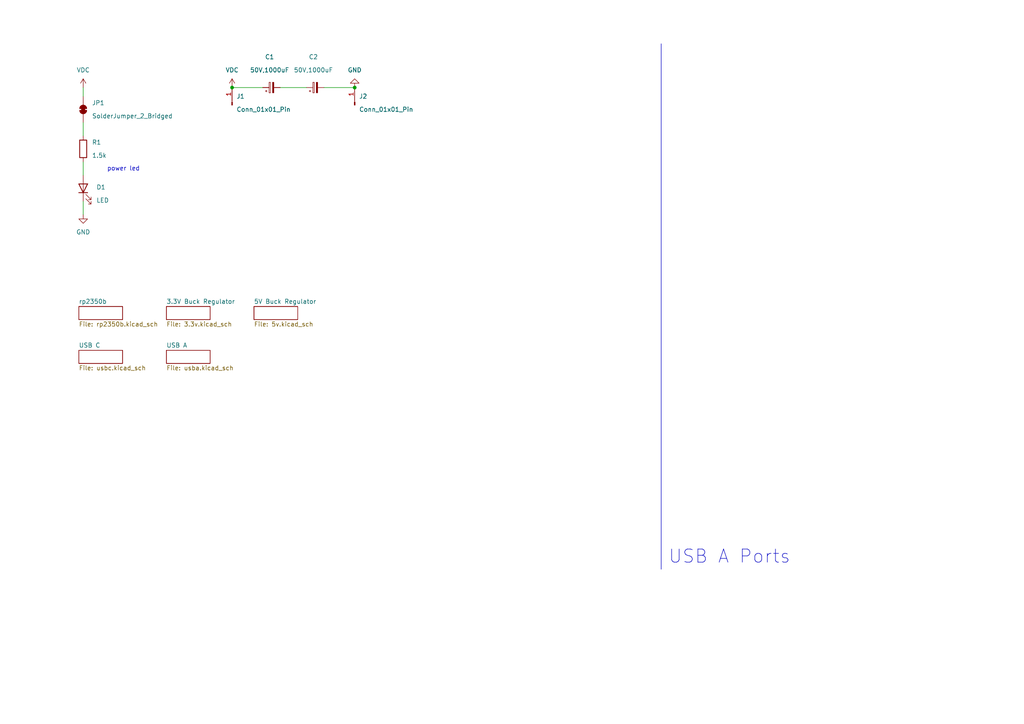
<source format=kicad_sch>
(kicad_sch (version 20250114) (generator "eeschema") (generator_version "9.0")
  (paper "A4")
  (title_block (title "USB C Charging Hub") (date "2025-05-11") (rev "v0") (company "DaCloud"))
  (lib_symbols
    (symbol "Connector:Conn_01x01_Pin" (pin_names (offset 1.016) (hide yes))
      (property "Reference" "J" (at 0 2.54 0))
      (property "Value" "Conn_01x01_Pin" (at 0 -2.54 0))
      (symbol "Conn_01x01_Pin_1_1"
        (rectangle (start 0.8636 0.127) (end 0 -0.127) (stroke (width 0.1524)) (fill (type outline)))
        (polyline (pts (xy 1.27 0) (xy 0.8636 0)) (stroke (width 0.1524)))
        (pin passive line (at 5.08 0 180) (length 3.81) (name "Pin_1") (number "1"))
      )
    )
    (symbol "Device:C_Polarized_Small" (pin_numbers (hide yes)) (pin_names (offset 0.254) (hide yes))
      (property "Reference" "C" (at 0.254 1.778 0))
      (property "Value" "C_Polarized_Small" (at 0.254 -2.032 0))
      (symbol "C_Polarized_Small_0_1"
        (rectangle (start -1.524 0.6858) (end 1.524 0.3048))
        (rectangle (start -1.524 -0.3048) (end 1.524 -0.6858) (fill (type outline)))
        (polyline (pts (xy -1.27 1.524) (xy -0.762 1.524)))
        (polyline (pts (xy -1.016 1.27) (xy -1.016 1.778)))
      )
      (symbol "C_Polarized_Small_1_1"
        (pin passive line (at 0 2.54 270) (length 1.8542) (name "~") (number "1"))
        (pin passive line (at 0 -2.54 90) (length 1.8542) (name "~") (number "2"))
      )
    )
    (symbol "Device:LED" (pin_numbers (hide yes)) (pin_names (offset 1.016) (hide yes))
      (property "Reference" "D" (at 0 2.54 0))
      (property "Value" "LED" (at 0 -2.54 0))
      (symbol "LED_0_1"
        (polyline (pts (xy -3.048 -0.762) (xy -4.572 -2.286) (xy -3.81 -2.286) (xy -4.572 -2.286) (xy -4.572 -1.524)))
        (polyline (pts (xy -1.778 -0.762) (xy -3.302 -2.286) (xy -2.54 -2.286) (xy -3.302 -2.286) (xy -3.302 -1.524)))
        (polyline (pts (xy -1.27 0) (xy 1.27 0)))
        (polyline (pts (xy -1.27 -1.27) (xy -1.27 1.27)) (stroke (width 0.254)))
        (polyline (pts (xy 1.27 -1.27) (xy 1.27 1.27) (xy -1.27 0) (xy 1.27 -1.27)) (stroke (width 0.254)))
      )
      (symbol "LED_1_1"
        (pin passive line (at -3.81 0 0) (length 2.54) (name "K") (number "1"))
        (pin passive line (at 3.81 0 180) (length 2.54) (name "A") (number "2"))
      )
    )
    (symbol "Device:R" (pin_numbers (hide yes)) (pin_names (offset 0))
      (property "Reference" "R" (at 2.032 0 90))
      (property "Value" "R" (at 0 0 90))
      (symbol "R_0_1"
        (rectangle (start -1.016 -2.54) (end 1.016 2.54) (stroke (width 0.254)))
      )
      (symbol "R_1_1"
        (pin passive line (at 0 3.81 270) (length 1.27) (name "~") (number "1"))
        (pin passive line (at 0 -3.81 90) (length 1.27) (name "~") (number "2"))
      )
    )
    (symbol "Jumper:SolderJumper_2_Bridged" (pin_numbers (hide yes)) (pin_names (offset 0) (hide yes)) (in_bom no)
      (property "Reference" "JP" (at 0 2.032 0))
      (property "Value" "SolderJumper_2_Bridged" (at 0 -2.54 0))
      (symbol "SolderJumper_2_Bridged_0_1"
        (rectangle (start -0.508 0.508) (end 0.508 -0.508) (fill (type outline)))
        (polyline (pts (xy -0.254 1.016) (xy -0.254 -1.016)))
        (arc (start -0.254 -1.016) (mid -1.2656 0) (end -0.254 1.016))
        (arc (start -0.254 -1.016) (mid -1.2656 0) (end -0.254 1.016) (fill (type outline)))
        (arc (start 0.254 1.016) (mid 1.2656 0) (end 0.254 -1.016))
        (arc (start 0.254 1.016) (mid 1.2656 0) (end 0.254 -1.016) (fill (type outline)))
        (polyline (pts (xy 0.254 1.016) (xy 0.254 -1.016)))
      )
      (symbol "SolderJumper_2_Bridged_1_1"
        (pin passive line (at -3.81 0 0) (length 2.54) (name "A") (number "1"))
        (pin passive line (at 3.81 0 180) (length 2.54) (name "B") (number "2"))
      )
    )
    (symbol "power:GND" (power) (pin_numbers (hide yes)) (pin_names (offset 0) (hide yes))
      (property "Value" "GND" (at 0 -3.81 0))
      (symbol "GND_0_1"
        (polyline (pts (xy 0 0) (xy 0 -1.27) (xy 1.27 -1.27) (xy 0 -2.54) (xy -1.27 -1.27) (xy 0 -1.27)))
      )
      (symbol "GND_1_1"
        (pin power_in line (at 0 0 270) (length 0) (name "~") (number "1"))
      )
    )
    (symbol "power:VDC" (power) (pin_numbers (hide yes)) (pin_names (offset 0) (hide yes))
      (property "Value" "VDC" (at 0 3.556 0))
      (symbol "VDC_0_1"
        (polyline (pts (xy -0.762 1.27) (xy 0 2.54)))
        (polyline (pts (xy 0 2.54) (xy 0.762 1.27)))
        (polyline (pts (xy 0 0) (xy 0 2.54)))
      )
      (symbol "VDC_1_1"
        (pin power_in line (at 0 0 90) (length 0) (name "~") (number "1"))
      )
    )
  )
  (text "USB A Ports" (at 211.582 161.544 0) (effects (font (size 3.81 3.81))))
  (text "power led\n" (at 35.814 49.022 0) (effects (font (size 1.27 1.27))))
  (junction (at 102.87 25.4))
  (junction (at 67.31 25.4))
  (wire (pts (xy 24.13 46.99) (xy 24.13 50.8)))
  (wire (pts (xy 24.13 58.42) (xy 24.13 62.23)))
  (wire (pts (xy 24.13 35.56) (xy 24.13 39.37)))
  (wire (pts (xy 81.28 25.4) (xy 88.9 25.4)))
  (wire (pts (xy 67.31 25.4) (xy 76.2 25.4)))
  (wire (pts (xy 93.98 25.4) (xy 102.87 25.4)))
  (wire (pts (xy 24.13 25.4) (xy 24.13 27.94)))
  (polyline (pts (xy 191.77 12.7) (xy 191.77 165.1)))
  (symbol (lib_id "Jumper:SolderJumper_2_Bridged") (at 24.13 31.75 90) (unit 1) (in_bom no)
    (property "Reference" "JP1" (at 26.67 29.8449 90) (effects (justify right)))
    (property "Value" "SolderJumper_2_Bridged" (at 26.67 33.6549 90) (effects (justify right)))
    (property "Footprint" "Jumper:SolderJumper-2_P1.3mm_Bridged_Pad1.0x1.5mm" (effects (hide yes)))
    (property "Description" "Solder Jumper, 2-pole, closed/bridged" (effects (hide yes)))
  )
  (symbol (lib_id "Device:C_Polarized_Small") (at 91.44 25.4 90) (unit 1)
    (property "Reference" "C2" (at 90.8939 16.51 90))
    (property "Value" "50V,1000uF" (at 90.8939 20.32 90))
    (property "Footprint" "Capacitor_THT:CP_Radial_D13.0mm_P7.50mm" (effects (hide yes)))
    (property "Description" "Polarized capacitor, small symbol" (effects (hide yes)))
  )
  (symbol (lib_id "Device:R") (at 24.13 43.18 0) (unit 1)
    (property "Reference" "R1" (at 26.67 41.2749 0) (effects (justify left)))
    (property "Value" "1.5k" (at 26.67 45.0849 0) (effects (justify left)))
    (property "Footprint" "Resistor_SMD:R_1210_3225Metric_Pad1.30x2.65mm_HandSolder" (effects (hide yes)))
    (property "Description" "Resistor" (effects (hide yes)))
  )
  (symbol (lib_id "Connector:Conn_01x01_Pin") (at 102.87 30.48 90) (unit 1)
    (property "Reference" "J2" (at 104.14 27.9399 90) (effects (justify right)))
    (property "Value" "Conn_01x01_Pin" (at 104.14 31.7499 90) (effects (justify right)))
    (property "Footprint" "MountingHole:MountingHole_4.3x6.2mm_M4_Pad_Via" (effects (hide yes)))
    (property "Description" "Generic connector, single row, 01x01, script generated" (effects (hide yes)))
  )
  (symbol (lib_id "power:GND") (at 24.13 62.23 0) (unit 1)
    (property "Reference" "#PWR04" (effects (hide yes)))
    (property "Value" "GND" (at 24.13 67.31 0))
    (property "Description" "Power symbol creates a global label with name \"GND\" , ground" (effects (hide yes)))
  )
  (symbol (lib_id "Connector:Conn_01x01_Pin") (at 67.31 30.48 90) (unit 1)
    (property "Reference" "J1" (at 68.58 27.9399 90) (effects (justify right)))
    (property "Value" "Conn_01x01_Pin" (at 68.58 31.7499 90) (effects (justify right)))
    (property "Footprint" "MountingHole:MountingHole_4.3x6.2mm_M4_Pad_Via" (effects (hide yes)))
    (property "Description" "Generic connector, single row, 01x01, script generated" (effects (hide yes)))
  )
  (symbol (lib_id "Device:LED") (at 24.13 54.61 90) (unit 1)
    (property "Reference" "D1" (at 27.94 54.2924 90) (effects (justify right)))
    (property "Value" "LED" (at 27.94 58.1024 90) (effects (justify right)))
    (property "Footprint" "LED_SMD:LED_0603_1608Metric_Pad1.05x0.95mm_HandSolder" (effects (hide yes)))
    (property "Description" "Light emitting diode" (effects (hide yes)))
    (property "Sim.Pins" "1=K 2=A" (effects (hide yes)))
  )
  (symbol (lib_id "Device:C_Polarized_Small") (at 78.74 25.4 90) (unit 1)
    (property "Reference" "C1" (at 78.1939 16.51 90))
    (property "Value" "50V,1000uF" (at 78.1939 20.32 90))
    (property "Footprint" "Capacitor_THT:CP_Radial_D13.0mm_P7.50mm" (effects (hide yes)))
    (property "Description" "Polarized capacitor, small symbol" (effects (hide yes)))
  )
  (symbol (lib_id "power:VDC") (at 24.13 25.4 0) (unit 1)
    (property "Reference" "#PWR01" (effects (hide yes)))
    (property "Value" "VDC" (at 24.13 20.32 0))
    (property "Description" "Power symbol creates a global label with name \"VDC\"" (effects (hide yes)))
  )
  (symbol (lib_id "power:GND") (at 102.87 25.4 180) (unit 1)
    (property "Reference" "#PWR03" (effects (hide yes)))
    (property "Value" "GND" (at 102.87 20.32 0))
    (property "Description" "Power symbol creates a global label with name \"GND\" , ground" (effects (hide yes)))
  )
  (symbol (lib_id "power:VDC") (at 67.31 25.4 0) (unit 1)
    (property "Reference" "#PWR02" (effects (hide yes)))
    (property "Value" "VDC" (at 67.31 20.32 0))
    (property "Description" "Power symbol creates a global label with name \"VDC\"" (effects (hide yes)))
  )
  (sheet (at 22.86 88.9) (size 12.7 3.81) (stroke (width 0.1524))
    (property "Sheetname" "rp2350b" (at 22.86 88.1884 0) (effects (justify left bottom)))
    (property "Sheetfile" "rp2350b.kicad_sch" (at 22.86 93.2946 0) (effects (justify left top)))
  )
  (sheet (at 48.26 101.6) (size 12.7 3.81) (stroke (width 0.1524))
    (property "Sheetname" "USB A" (at 48.26 100.8884 0) (effects (justify left bottom)))
    (property "Sheetfile" "usba.kicad_sch" (at 48.26 105.9946 0) (effects (justify left top)))
  )
  (sheet (at 22.86 101.6) (size 12.7 3.81) (stroke (width 0.1524))
    (property "Sheetname" "USB C" (at 22.86 100.8884 0) (effects (justify left bottom)))
    (property "Sheetfile" "usbc.kicad_sch" (at 22.86 105.9946 0) (effects (justify left top)))
  )
  (sheet (at 73.66 88.9) (size 12.7 3.81) (stroke (width 0.1524))
    (property "Sheetname" "5V Buck Regulator" (at 73.66 88.1884 0) (effects (justify left bottom)))
    (property "Sheetfile" "5v.kicad_sch" (at 73.66 93.2946 0) (effects (justify left top)))
  )
  (sheet (at 48.26 88.9) (size 12.7 3.81) (stroke (width 0.1524))
    (property "Sheetname" "3.3V Buck Regulator" (at 48.26 88.1884 0) (effects (justify left bottom)))
    (property "Sheetfile" "3.3v.kicad_sch" (at 48.26 93.2946 0) (effects (justify left top)))
  )
)
</source>
